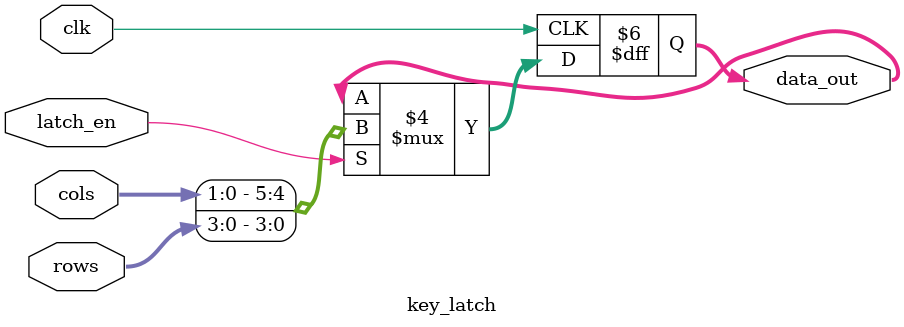
<source format=v>
`timescale 1ns / 1ps
module key_latch(
	input wire clk,
	input wire latch_en,
    input wire [3:0] rows,
    input wire [1:0] cols,
	output reg [5:0] data_out
);

    // For Simulations
    initial begin
        data_out = 6'b0;
    end

	always @(posedge clk) begin
		if(latch_en)
            data_out = {cols,rows};
        else
            data_out = data_out;
	end

endmodule

</source>
